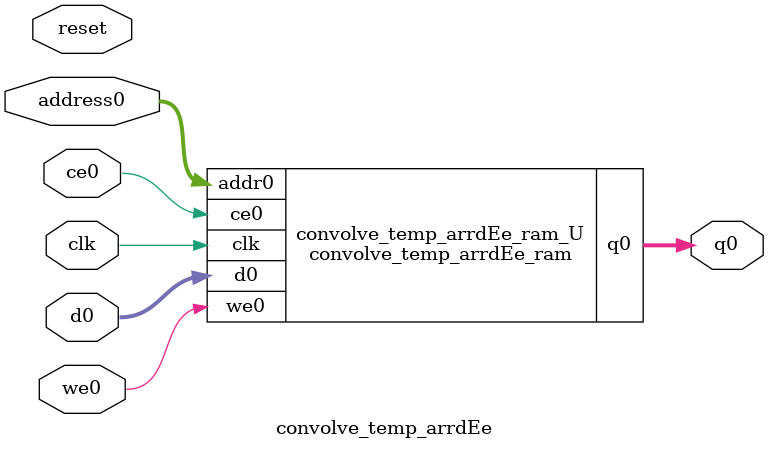
<source format=v>

`timescale 1 ns / 1 ps
module convolve_temp_arrdEe_ram (addr0, ce0, d0, we0, q0,  clk);

parameter DWIDTH = 32;
parameter AWIDTH = 5;
parameter MEM_SIZE = 20;

input[AWIDTH-1:0] addr0;
input ce0;
input[DWIDTH-1:0] d0;
input we0;
output reg[DWIDTH-1:0] q0;
input clk;

(* ram_style = "distributed" *)reg [DWIDTH-1:0] ram[0:MEM_SIZE-1];




always @(posedge clk)  
begin 
    if (ce0) 
    begin
        if (we0) 
        begin 
            ram[addr0] <= d0; 
            q0 <= d0;
        end 
        else 
            q0 <= ram[addr0];
    end
end


endmodule


`timescale 1 ns / 1 ps
module convolve_temp_arrdEe(
    reset,
    clk,
    address0,
    ce0,
    we0,
    d0,
    q0);

parameter DataWidth = 32'd32;
parameter AddressRange = 32'd20;
parameter AddressWidth = 32'd5;
input reset;
input clk;
input[AddressWidth - 1:0] address0;
input ce0;
input we0;
input[DataWidth - 1:0] d0;
output[DataWidth - 1:0] q0;



convolve_temp_arrdEe_ram convolve_temp_arrdEe_ram_U(
    .clk( clk ),
    .addr0( address0 ),
    .ce0( ce0 ),
    .d0( d0 ),
    .we0( we0 ),
    .q0( q0 ));

endmodule


</source>
